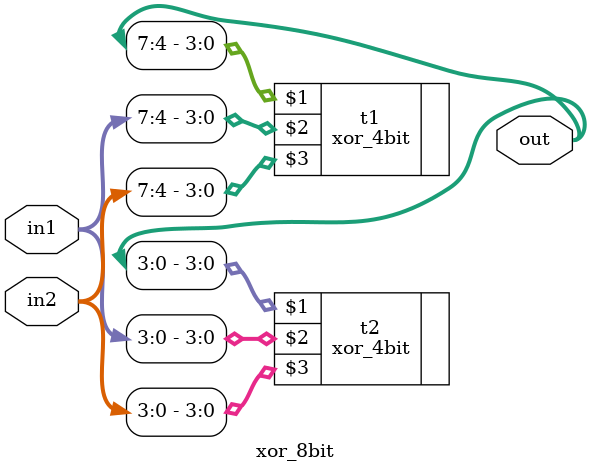
<source format=v>
module xor_8bit(out,in1,in2);
input [7:0] in1, in2;
output [7:0] out;

xor_4bit t1(out[7:4], in1[7:4], in2[7:4]);
xor_4bit	t2(out[3:0], in1[3:0], in2[3:0]);
			
endmodule
</source>
